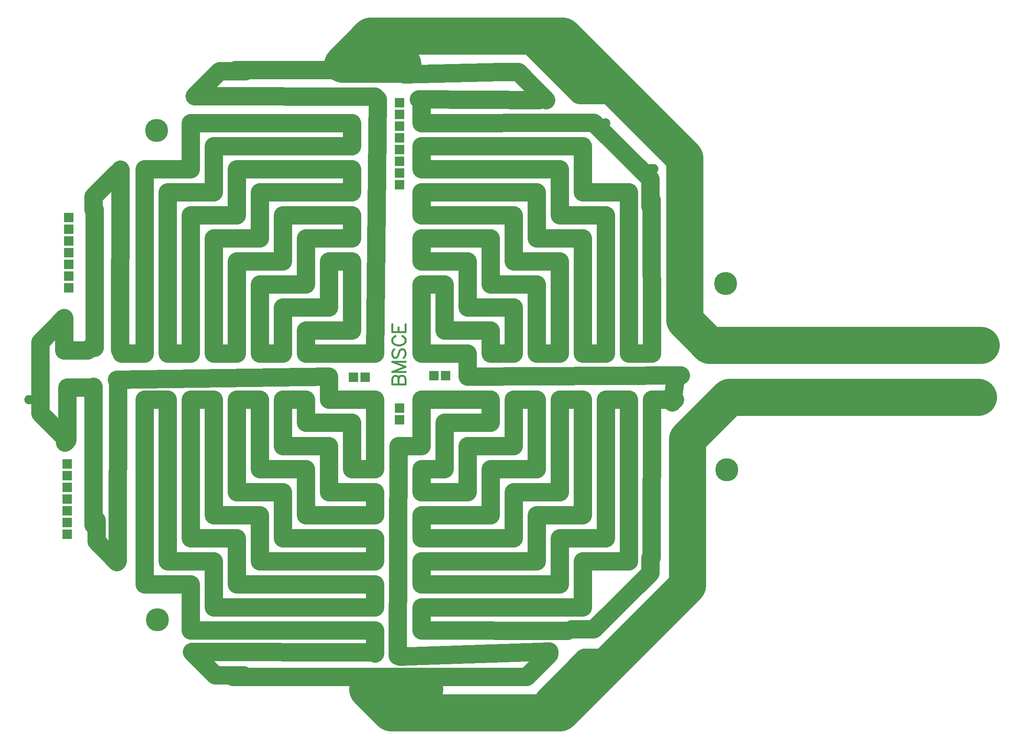
<source format=gbr>
G04 DipTrace 2.4.0.2*
%INTopBMSCE.gbr*%
%MOIN*%
%ADD13C,0.0394*%
%ADD14C,0.1575*%
%ADD15C,0.315*%
%ADD16C,0.1969*%
%ADD17C,0.0787*%
%ADD18R,0.0787X0.0787*%
%ADD19R,0.0591X0.0591*%
%ADD20C,0.0591*%
%ADD34C,0.017*%
%FSLAX44Y44*%
G04*
G70*
G90*
G75*
G01*
%LNTop*%
%LPD*%
X19314Y14563D2*
D13*
X19501D1*
D14*
X21501Y12563D1*
X23939D1*
D13*
X24595Y11907D1*
X24689Y12000D1*
X19751Y62006D2*
D14*
X21876Y64131D1*
X24064D1*
X23939Y64256D1*
X39378Y11375D2*
D15*
X34503D1*
X36503Y9375D1*
X50942D1*
X61818Y20251D1*
Y32753D1*
X65381Y36315D1*
X86633D1*
X37503Y64756D2*
X32377D1*
X34753Y67131D1*
X51192D1*
X61568Y56755D1*
Y42879D1*
X63693Y40753D1*
X86883D1*
X60505Y35878D2*
D14*
X60818Y38003D1*
X53130Y59755D2*
X53817D1*
X58630Y54942D1*
Y52567D1*
X58755Y52692D1*
X51942Y16501D2*
X53817D1*
X58630Y21314D1*
Y22626D1*
X58755Y22751D1*
Y24377D1*
X46066Y12438D2*
X48067D1*
X50004Y14376D1*
X11125Y52317D2*
Y53442D1*
X13125Y55442D1*
X13250D1*
X11375Y25814D2*
Y24002D1*
X13125Y22251D1*
X45879Y64068D2*
X47379D1*
X49754Y61693D1*
X49629Y10688D2*
X53005Y14063D1*
X54505D1*
X48754Y66194D2*
D16*
X52630Y62318D1*
X55067D1*
X11063Y37128D2*
D14*
X8875D1*
Y32628D1*
X8688Y32440D1*
X11063Y40753D2*
X10625Y40316D1*
X8625D1*
Y43066D1*
X6562Y41003D1*
Y34940D1*
X8875Y32628D1*
D16*
X16501Y59068D3*
X16563Y17313D3*
X65193Y30127D3*
X65068Y46004D3*
D18*
X37253Y54442D3*
Y55442D3*
Y56442D3*
Y57442D3*
Y58442D3*
Y59442D3*
Y60442D3*
Y61442D3*
X9000Y45629D3*
Y46629D3*
Y47629D3*
Y48629D3*
Y49629D3*
Y50629D3*
Y51629D3*
X8875Y24627D3*
Y25627D3*
Y26627D3*
Y27627D3*
Y28627D3*
Y29627D3*
Y30627D3*
D19*
Y24627D3*
D20*
Y25627D3*
Y26627D3*
Y27627D3*
Y28627D3*
Y29627D3*
Y30627D3*
D18*
X33315Y38003D3*
X34315D3*
X40191Y38128D3*
X41191D3*
X37253Y34378D3*
Y35378D3*
Y14188D2*
D14*
X50004Y14626D1*
X19501Y14563D2*
X34909Y14537D1*
X23007Y12440D2*
X34818D1*
X34446D2*
X46257D1*
X19751Y62006D2*
X35159Y61979D1*
X38878Y61756D2*
X49129Y61693D1*
X37633Y63883D2*
X45879Y64068D1*
X23257Y64258D2*
X35068D1*
X13493Y40034D2*
D17*
G02X13493Y40034I13J0D01*
G01*
X15474D2*
D14*
X13506D1*
X13493D2*
D17*
G02X13493Y40034I13J0D01*
G01*
X15461D2*
G02X15461Y40034I13J0D01*
G01*
X15474Y55782D2*
D14*
Y40034D1*
X15461D2*
D17*
G02X15461Y40034I13J0D01*
G01*
Y55782D2*
G02X15461Y55782I13J0D01*
G01*
X19411D2*
D14*
X15474D1*
X15461D2*
D17*
G02X15461Y55782I13J0D01*
G01*
X19398D2*
G02X19398Y55782I13J0D01*
G01*
X19411Y59719D2*
D14*
Y55782D1*
X19398D2*
D17*
G02X19398Y55782I13J0D01*
G01*
Y59719D2*
G02X19398Y59719I13J0D01*
G01*
X33191D2*
D14*
X19411D1*
X19398D2*
D17*
G02X19398Y59719I13J0D01*
G01*
X33178D2*
G02X33178Y59719I13J0D01*
G01*
X33191Y57751D2*
D14*
Y59719D1*
X33178D2*
D17*
G02X33178Y59719I13J0D01*
G01*
Y57751D2*
G02X33178Y57751I13J0D01*
G01*
X21380D2*
D14*
X33191D1*
X33178D2*
D17*
G02X33178Y57751I13J0D01*
G01*
X21367D2*
G02X21367Y57751I13J0D01*
G01*
X21380Y53814D2*
D14*
Y57751D1*
X21367D2*
D17*
G02X21367Y57751I13J0D01*
G01*
Y53814D2*
G02X21367Y53814I13J0D01*
G01*
X17443D2*
D14*
X21380D1*
X21367D2*
D17*
G02X21367Y53814I13J0D01*
G01*
X17430D2*
G02X17430Y53814I13J0D01*
G01*
X17443Y40034D2*
D14*
Y53814D1*
X17430D2*
D17*
G02X17430Y53814I13J0D01*
G01*
Y40034D2*
G02X17430Y40034I13J0D01*
G01*
X19411D2*
D14*
X17443D1*
X17430D2*
D17*
G02X17430Y40034I13J0D01*
G01*
X19398D2*
G02X19398Y40034I13J0D01*
G01*
X19411Y51845D2*
D14*
Y40034D1*
X19398D2*
D17*
G02X19398Y40034I13J0D01*
G01*
Y51845D2*
G02X19398Y51845I13J0D01*
G01*
X23348D2*
D14*
X19411D1*
X19398D2*
D17*
G02X19398Y51845I13J0D01*
G01*
X23335D2*
G02X23335Y51845I13J0D01*
G01*
X23348Y55782D2*
D14*
Y51845D1*
X23335D2*
D17*
G02X23335Y51845I13J0D01*
G01*
Y55782D2*
G02X23335Y55782I13J0D01*
G01*
X33191D2*
D14*
X23348D1*
X23335D2*
D17*
G02X23335Y55782I13J0D01*
G01*
X33178D2*
G02X33178Y55782I13J0D01*
G01*
X33191Y53814D2*
D14*
Y55782D1*
X33178D2*
D17*
G02X33178Y55782I13J0D01*
G01*
Y53814D2*
G02X33178Y53814I13J0D01*
G01*
X25317D2*
D14*
X33191D1*
X33178D2*
D17*
G02X33178Y53814I13J0D01*
G01*
X25304D2*
G02X25304Y53814I13J0D01*
G01*
X25317Y49877D2*
D14*
Y53814D1*
X25304D2*
D17*
G02X25304Y53814I13J0D01*
G01*
Y49877D2*
G02X25304Y49877I13J0D01*
G01*
X21380D2*
D14*
X25317D1*
X25304D2*
D17*
G02X25304Y49877I13J0D01*
G01*
X21367D2*
G02X21367Y49877I13J0D01*
G01*
X21380Y40034D2*
D14*
Y49877D1*
X21367D2*
D17*
G02X21367Y49877I13J0D01*
G01*
Y40034D2*
G02X21367Y40034I13J0D01*
G01*
X23348D2*
D14*
X21380D1*
X21367D2*
D17*
G02X21367Y40034I13J0D01*
G01*
X23335D2*
G02X23335Y40034I13J0D01*
G01*
X23348Y47908D2*
D14*
Y40034D1*
X23335D2*
D17*
G02X23335Y40034I13J0D01*
G01*
Y47908D2*
G02X23335Y47908I13J0D01*
G01*
X27285D2*
D14*
X23348D1*
X23335D2*
D17*
G02X23335Y47908I13J0D01*
G01*
X27272D2*
G02X27272Y47908I13J0D01*
G01*
X27285Y51845D2*
D14*
Y47908D1*
X27272D2*
D17*
G02X27272Y47908I13J0D01*
G01*
Y51845D2*
G02X27272Y51845I13J0D01*
G01*
X33191D2*
D14*
X27285D1*
X27272D2*
D17*
G02X27272Y51845I13J0D01*
G01*
X33178D2*
G02X33178Y51845I13J0D01*
G01*
X33191Y49877D2*
D14*
Y51845D1*
X33178D2*
D17*
G02X33178Y51845I13J0D01*
G01*
Y49877D2*
G02X33178Y49877I13J0D01*
G01*
X29254D2*
D14*
X33191D1*
X33178D2*
D17*
G02X33178Y49877I13J0D01*
G01*
X29241D2*
G02X29241Y49877I13J0D01*
G01*
X29254Y45940D2*
D14*
Y49877D1*
X29241D2*
D17*
G02X29241Y49877I13J0D01*
G01*
Y45940D2*
G02X29241Y45940I13J0D01*
G01*
X25317D2*
D14*
X29254D1*
X29241D2*
D17*
G02X29241Y45940I13J0D01*
G01*
X25304D2*
G02X25304Y45940I13J0D01*
G01*
X25317Y40034D2*
D14*
Y45940D1*
X25304D2*
D17*
G02X25304Y45940I13J0D01*
G01*
Y40034D2*
G02X25304Y40034I13J0D01*
G01*
X27285D2*
D14*
X25317D1*
X25304D2*
D17*
G02X25304Y40034I13J0D01*
G01*
X27272D2*
G02X27272Y40034I13J0D01*
G01*
X27285Y43971D2*
D14*
Y40034D1*
X27272D2*
D17*
G02X27272Y40034I13J0D01*
G01*
Y43971D2*
G02X27272Y43971I13J0D01*
G01*
X31222D2*
D14*
X27285D1*
X27272D2*
D17*
G02X27272Y43971I13J0D01*
G01*
X31209D2*
G02X31209Y43971I13J0D01*
G01*
X31222Y47908D2*
D14*
Y43971D1*
X31209D2*
D17*
G02X31209Y43971I13J0D01*
G01*
Y47908D2*
G02X31209Y47908I13J0D01*
G01*
X33191D2*
D14*
X31222D1*
X31209D2*
D17*
G02X31209Y47908I13J0D01*
G01*
X33178D2*
G02X33178Y47908I13J0D01*
G01*
X33191Y42003D2*
D14*
Y47908D1*
X33178D2*
D17*
G02X33178Y47908I13J0D01*
G01*
Y42003D2*
G02X33178Y42003I13J0D01*
G01*
X29254D2*
D14*
X33191D1*
X33178D2*
D17*
G02X33178Y42003I13J0D01*
G01*
X29241D2*
G02X29241Y42003I13J0D01*
G01*
X29254Y40034D2*
D14*
Y42003D1*
X29241D2*
D17*
G02X29241Y42003I13J0D01*
G01*
Y40034D2*
G02X29241Y40034I13J0D01*
G01*
X35159D2*
D14*
X29254D1*
X29241D2*
D17*
G02X29241Y40034I13J0D01*
G01*
X35146D2*
G02X35146Y40034I13J0D01*
G01*
X35159D2*
D14*
X35378Y61756D1*
X35146Y40034D2*
D17*
G02X35146Y40034I13J0D01*
G01*
X5619Y36097D2*
G02X5619Y36097I13J0D01*
G01*
G02X5619Y36097I13J0D01*
G01*
X35146Y14444D2*
G02X35146Y14444I13J0D01*
G01*
X35159Y16412D2*
D14*
Y14444D1*
X35146D2*
D17*
G02X35146Y14444I13J0D01*
G01*
Y16412D2*
G02X35146Y16412I13J0D01*
G01*
X19411D2*
D14*
X35159D1*
X35146D2*
D17*
G02X35146Y16412I13J0D01*
G01*
X19398D2*
G02X19398Y16412I13J0D01*
G01*
X19411Y20349D2*
D14*
Y16412D1*
X19398D2*
D17*
G02X19398Y16412I13J0D01*
G01*
Y20349D2*
G02X19398Y20349I13J0D01*
G01*
X15474D2*
D14*
X19411D1*
X19398D2*
D17*
G02X19398Y20349I13J0D01*
G01*
X15461D2*
G02X15461Y20349I13J0D01*
G01*
X15474Y36097D2*
D14*
Y20349D1*
X15461D2*
D17*
G02X15461Y20349I13J0D01*
G01*
Y36097D2*
G02X15461Y36097I13J0D01*
G01*
X17443D2*
D14*
X15474D1*
X15461D2*
D17*
G02X15461Y36097I13J0D01*
G01*
X17430D2*
G02X17430Y36097I13J0D01*
G01*
X17443Y22318D2*
D14*
Y36097D1*
X17430D2*
D17*
G02X17430Y36097I13J0D01*
G01*
Y22318D2*
G02X17430Y22318I13J0D01*
G01*
X21380D2*
D14*
X17443D1*
X17430D2*
D17*
G02X17430Y22318I13J0D01*
G01*
X21367D2*
G02X21367Y22318I13J0D01*
G01*
X21380Y18381D2*
D14*
Y22318D1*
X21367D2*
D17*
G02X21367Y22318I13J0D01*
G01*
Y18381D2*
G02X21367Y18381I13J0D01*
G01*
X35159D2*
D14*
X21380D1*
X21367D2*
D17*
G02X21367Y18381I13J0D01*
G01*
X35146D2*
G02X35146Y18381I13J0D01*
G01*
X35159Y20349D2*
D14*
Y18381D1*
X35146D2*
D17*
G02X35146Y18381I13J0D01*
G01*
Y20349D2*
G02X35146Y20349I13J0D01*
G01*
X23348D2*
D14*
X35159D1*
X35146D2*
D17*
G02X35146Y20349I13J0D01*
G01*
X23335D2*
G02X23335Y20349I13J0D01*
G01*
X23348Y24286D2*
D14*
Y20349D1*
X23335D2*
D17*
G02X23335Y20349I13J0D01*
G01*
Y24286D2*
G02X23335Y24286I13J0D01*
G01*
X19411D2*
D14*
X23348D1*
X23335D2*
D17*
G02X23335Y24286I13J0D01*
G01*
X19398D2*
G02X19398Y24286I13J0D01*
G01*
X19411Y36097D2*
D14*
Y24286D1*
X19398D2*
D17*
G02X19398Y24286I13J0D01*
G01*
Y36097D2*
G02X19398Y36097I13J0D01*
G01*
X21380D2*
D14*
X19411D1*
X19398D2*
D17*
G02X19398Y36097I13J0D01*
G01*
X21367D2*
G02X21367Y36097I13J0D01*
G01*
X21380Y26255D2*
D14*
Y36097D1*
X21367D2*
D17*
G02X21367Y36097I13J0D01*
G01*
Y26255D2*
G02X21367Y26255I13J0D01*
G01*
X25317D2*
D14*
X21380D1*
X21367D2*
D17*
G02X21367Y26255I13J0D01*
G01*
X25304D2*
G02X25304Y26255I13J0D01*
G01*
X25317Y22318D2*
D14*
Y26255D1*
X25304D2*
D17*
G02X25304Y26255I13J0D01*
G01*
Y22318D2*
G02X25304Y22318I13J0D01*
G01*
X35159D2*
D14*
X25317D1*
X25304D2*
D17*
G02X25304Y22318I13J0D01*
G01*
X35146D2*
G02X35146Y22318I13J0D01*
G01*
X35159Y24286D2*
D14*
Y22318D1*
X35146D2*
D17*
G02X35146Y22318I13J0D01*
G01*
Y24286D2*
G02X35146Y24286I13J0D01*
G01*
X27285D2*
D14*
X35159D1*
X35146D2*
D17*
G02X35146Y24286I13J0D01*
G01*
X27272D2*
G02X27272Y24286I13J0D01*
G01*
X27285Y28223D2*
D14*
Y24286D1*
X27272D2*
D17*
G02X27272Y24286I13J0D01*
G01*
Y28223D2*
G02X27272Y28223I13J0D01*
G01*
X23348D2*
D14*
X27285D1*
X27272D2*
D17*
G02X27272Y28223I13J0D01*
G01*
X23335D2*
G02X23335Y28223I13J0D01*
G01*
X23348Y36097D2*
D14*
Y28223D1*
X23335D2*
D17*
G02X23335Y28223I13J0D01*
G01*
Y36097D2*
G02X23335Y36097I13J0D01*
G01*
X25317D2*
D14*
X23348D1*
X23335D2*
D17*
G02X23335Y36097I13J0D01*
G01*
X25304D2*
G02X25304Y36097I13J0D01*
G01*
X25317Y30192D2*
D14*
Y36097D1*
X25304D2*
D17*
G02X25304Y36097I13J0D01*
G01*
Y30192D2*
G02X25304Y30192I13J0D01*
G01*
X29254D2*
D14*
X25317D1*
X25304D2*
D17*
G02X25304Y30192I13J0D01*
G01*
X29241D2*
G02X29241Y30192I13J0D01*
G01*
X29254Y26255D2*
D14*
Y30192D1*
X29241D2*
D17*
G02X29241Y30192I13J0D01*
G01*
Y26255D2*
G02X29241Y26255I13J0D01*
G01*
X35159D2*
D14*
X29254D1*
X29241D2*
D17*
G02X29241Y26255I13J0D01*
G01*
X35146D2*
G02X35146Y26255I13J0D01*
G01*
X35159Y28223D2*
D14*
Y26255D1*
X35146D2*
D17*
G02X35146Y26255I13J0D01*
G01*
Y28223D2*
G02X35146Y28223I13J0D01*
G01*
X31222D2*
D14*
X35159D1*
X35146D2*
D17*
G02X35146Y28223I13J0D01*
G01*
X31209D2*
G02X31209Y28223I13J0D01*
G01*
X31222Y32160D2*
D14*
Y28223D1*
X31209D2*
D17*
G02X31209Y28223I13J0D01*
G01*
Y32160D2*
G02X31209Y32160I13J0D01*
G01*
X27285D2*
D14*
X31222D1*
X31209D2*
D17*
G02X31209Y32160I13J0D01*
G01*
X27272D2*
G02X27272Y32160I13J0D01*
G01*
X27285Y36097D2*
D14*
Y32160D1*
X27272D2*
D17*
G02X27272Y32160I13J0D01*
G01*
Y36097D2*
G02X27272Y36097I13J0D01*
G01*
X29254D2*
D14*
X27285D1*
X27272D2*
D17*
G02X27272Y36097I13J0D01*
G01*
X29241D2*
G02X29241Y36097I13J0D01*
G01*
X29254Y34129D2*
D14*
Y36097D1*
X29241D2*
D17*
G02X29241Y36097I13J0D01*
G01*
Y34129D2*
G02X29241Y34129I13J0D01*
G01*
X33191D2*
D14*
X29254D1*
X29241D2*
D17*
G02X29241Y34129I13J0D01*
G01*
X33178D2*
G02X33178Y34129I13J0D01*
G01*
X33191Y30192D2*
D14*
Y34129D1*
X33178D2*
D17*
G02X33178Y34129I13J0D01*
G01*
Y30192D2*
G02X33178Y30192I13J0D01*
G01*
X35159D2*
D14*
X33191D1*
X33178D2*
D17*
G02X33178Y30192I13J0D01*
G01*
X35146D2*
G02X35146Y30192I13J0D01*
G01*
X35159Y36097D2*
D14*
Y30192D1*
X35146D2*
D17*
G02X35146Y30192I13J0D01*
G01*
Y36097D2*
G02X35146Y36097I13J0D01*
G01*
X31222D2*
D14*
X35159D1*
X35146D2*
D17*
G02X35146Y36097I13J0D01*
G01*
X31209D2*
G02X31209Y36097I13J0D01*
G01*
X31222Y38066D2*
D14*
Y36097D1*
X31209D2*
D17*
G02X31209Y36097I13J0D01*
G01*
Y38066D2*
G02X31209Y38066I13J0D01*
G01*
X13125Y37816D2*
D14*
X31222Y38066D1*
X31209D2*
D17*
G02X31209Y38066I13J0D01*
G01*
X60737Y36097D2*
G02X60737Y36097I13J0D01*
G01*
X58782D2*
D14*
X60750D1*
X60737D2*
D17*
G02X60737Y36097I13J0D01*
G01*
X58768D2*
G02X58768Y36097I13J0D01*
G01*
X58755Y22626D2*
D14*
X58782Y36097D1*
X58768D2*
D17*
G02X58768Y36097I13J0D01*
G01*
X13378Y40349D2*
D14*
X13404Y55758D1*
X13191Y22347D2*
X13217Y37756D1*
X11223Y40538D2*
Y52349D1*
X39096Y16412D2*
X51567Y16376D1*
X39083Y16412D2*
D17*
G02X39083Y16412I13J0D01*
G01*
X39096Y18381D2*
D14*
Y16412D1*
X39083D2*
D17*
G02X39083Y16412I13J0D01*
G01*
Y18381D2*
G02X39083Y18381I13J0D01*
G01*
X52876D2*
D14*
X39096D1*
X39083D2*
D17*
G02X39083Y18381I13J0D01*
G01*
X52863D2*
G02X52863Y18381I13J0D01*
G01*
X52876Y22318D2*
D14*
Y18381D1*
X52863D2*
D17*
G02X52863Y18381I13J0D01*
G01*
Y22318D2*
G02X52863Y22318I13J0D01*
G01*
X56813D2*
D14*
X52876D1*
X52863D2*
D17*
G02X52863Y22318I13J0D01*
G01*
X56800D2*
G02X56800Y22318I13J0D01*
G01*
X56813Y36097D2*
D14*
Y22318D1*
X56800D2*
D17*
G02X56800Y22318I13J0D01*
G01*
Y36097D2*
G02X56800Y36097I13J0D01*
G01*
X54845D2*
D14*
X56813D1*
X56800D2*
D17*
G02X56800Y36097I13J0D01*
G01*
X54831D2*
G02X54831Y36097I13J0D01*
G01*
X54845Y24286D2*
D14*
Y36097D1*
X54831D2*
D17*
G02X54831Y36097I13J0D01*
G01*
Y24286D2*
G02X54831Y24286I13J0D01*
G01*
X50908D2*
D14*
X54845D1*
X54831D2*
D17*
G02X54831Y24286I13J0D01*
G01*
X50894D2*
G02X50894Y24286I13J0D01*
G01*
X50908Y20349D2*
D14*
Y24286D1*
X50894D2*
D17*
G02X50894Y24286I13J0D01*
G01*
Y20349D2*
G02X50894Y20349I13J0D01*
G01*
X39096D2*
D14*
X50908D1*
X50894D2*
D17*
G02X50894Y20349I13J0D01*
G01*
X39083D2*
G02X39083Y20349I13J0D01*
G01*
X39096Y22318D2*
D14*
Y20349D1*
X39083D2*
D17*
G02X39083Y20349I13J0D01*
G01*
Y22318D2*
G02X39083Y22318I13J0D01*
G01*
X48939D2*
D14*
X39096D1*
X39083D2*
D17*
G02X39083Y22318I13J0D01*
G01*
X48926D2*
G02X48926Y22318I13J0D01*
G01*
X48939Y26255D2*
D14*
Y22318D1*
X48926D2*
D17*
G02X48926Y22318I13J0D01*
G01*
Y26255D2*
G02X48926Y26255I13J0D01*
G01*
X52876D2*
D14*
X48939D1*
X48926D2*
D17*
G02X48926Y26255I13J0D01*
G01*
X52863D2*
G02X52863Y26255I13J0D01*
G01*
X52876Y36097D2*
D14*
Y26255D1*
X52863D2*
D17*
G02X52863Y26255I13J0D01*
G01*
Y36097D2*
G02X52863Y36097I13J0D01*
G01*
X50908D2*
D14*
X52876D1*
X52863D2*
D17*
G02X52863Y36097I13J0D01*
G01*
X50894D2*
G02X50894Y36097I13J0D01*
G01*
X50908Y28223D2*
D14*
Y36097D1*
X50894D2*
D17*
G02X50894Y36097I13J0D01*
G01*
Y28223D2*
G02X50894Y28223I13J0D01*
G01*
X46971D2*
D14*
X50908D1*
X50894D2*
D17*
G02X50894Y28223I13J0D01*
G01*
X46957D2*
G02X46957Y28223I13J0D01*
G01*
X46971Y24286D2*
D14*
Y28223D1*
X46957D2*
D17*
G02X46957Y28223I13J0D01*
G01*
Y24286D2*
G02X46957Y24286I13J0D01*
G01*
X39096D2*
D14*
X46971D1*
X46957D2*
D17*
G02X46957Y24286I13J0D01*
G01*
X39083D2*
G02X39083Y24286I13J0D01*
G01*
X39096Y26255D2*
D14*
Y24286D1*
X39083D2*
D17*
G02X39083Y24286I13J0D01*
G01*
Y26255D2*
G02X39083Y26255I13J0D01*
G01*
X45002D2*
D14*
X39096D1*
X39083D2*
D17*
G02X39083Y26255I13J0D01*
G01*
X44989D2*
G02X44989Y26255I13J0D01*
G01*
X45002Y30192D2*
D14*
Y26255D1*
X44989D2*
D17*
G02X44989Y26255I13J0D01*
G01*
Y30192D2*
G02X44989Y30192I13J0D01*
G01*
X48939D2*
D14*
X45002D1*
X44989D2*
D17*
G02X44989Y30192I13J0D01*
G01*
X48926D2*
G02X48926Y30192I13J0D01*
G01*
X48939Y36097D2*
D14*
Y30192D1*
X48926D2*
D17*
G02X48926Y30192I13J0D01*
G01*
Y36097D2*
G02X48926Y36097I13J0D01*
G01*
X46971D2*
D14*
X48939D1*
X48926D2*
D17*
G02X48926Y36097I13J0D01*
G01*
X46957D2*
G02X46957Y36097I13J0D01*
G01*
X46971Y32160D2*
D14*
Y36097D1*
X46957D2*
D17*
G02X46957Y36097I13J0D01*
G01*
Y32160D2*
G02X46957Y32160I13J0D01*
G01*
X43034D2*
D14*
X46971D1*
X46957D2*
D17*
G02X46957Y32160I13J0D01*
G01*
X43020D2*
G02X43020Y32160I13J0D01*
G01*
X43034Y28223D2*
D14*
Y32160D1*
X43020D2*
D17*
G02X43020Y32160I13J0D01*
G01*
Y28223D2*
G02X43020Y28223I13J0D01*
G01*
X39096D2*
D14*
X43034D1*
X43020D2*
D17*
G02X43020Y28223I13J0D01*
G01*
X39083D2*
G02X39083Y28223I13J0D01*
G01*
X39096Y30192D2*
D14*
Y28223D1*
X39083D2*
D17*
G02X39083Y28223I13J0D01*
G01*
Y30192D2*
G02X39083Y30192I13J0D01*
G01*
X41065D2*
D14*
X39096D1*
X39083D2*
D17*
G02X39083Y30192I13J0D01*
G01*
X41052D2*
G02X41052Y30192I13J0D01*
G01*
X41065Y34129D2*
D14*
Y30192D1*
X41052D2*
D17*
G02X41052Y30192I13J0D01*
G01*
Y34129D2*
G02X41052Y34129I13J0D01*
G01*
X45002D2*
D14*
X41065D1*
X41052D2*
D17*
G02X41052Y34129I13J0D01*
G01*
X44989D2*
G02X44989Y34129I13J0D01*
G01*
X45002Y36097D2*
D14*
Y34129D1*
X44989D2*
D17*
G02X44989Y34129I13J0D01*
G01*
Y36097D2*
G02X44989Y36097I13J0D01*
G01*
X39096D2*
D14*
X45002D1*
X44989D2*
D17*
G02X44989Y36097I13J0D01*
G01*
X39083D2*
G02X39083Y36097I13J0D01*
G01*
X39096D2*
D14*
Y32160D1*
X39083D2*
D17*
G02X39083Y32160I13J0D01*
G01*
Y36097D2*
G02X39083Y36097I13J0D01*
G01*
X39096Y32160D2*
D14*
X37128D1*
X37115D2*
D17*
G02X37115Y32160I13J0D01*
G01*
X39083D2*
G02X39083Y32160I13J0D01*
G01*
X37128D2*
D14*
X37065Y14251D1*
X37115Y32160D2*
D17*
G02X37115Y32160I13J0D01*
G01*
X39083Y61688D2*
G02X39083Y61688I13J0D01*
G01*
X39096Y59719D2*
D14*
Y61688D1*
X39083D2*
D17*
G02X39083Y61688I13J0D01*
G01*
Y59719D2*
G02X39083Y59719I13J0D01*
G01*
X52880Y59755D2*
D14*
X39096Y59719D1*
X39083D2*
D17*
G02X39083Y59719I13J0D01*
G01*
X54831D2*
G02X54831Y59719I13J0D01*
G01*
G02X54831Y59719I13J0D01*
G01*
X58943Y55782D2*
Y55783D1*
Y55784D1*
Y55785D1*
Y55786D1*
Y55787D1*
Y55788D1*
Y55789D1*
Y55790D1*
Y55791D1*
Y55792D1*
Y55793D1*
Y55794D1*
Y55795D1*
Y55794D1*
Y55793D1*
Y55792D1*
Y55791D1*
Y55790D1*
Y55789D1*
Y55788D1*
Y55787D1*
Y55786D1*
Y55785D1*
Y55784D1*
Y55783D1*
Y55782D1*
Y55781D1*
Y55780D1*
Y55779D1*
Y55778D1*
Y55777D1*
Y55776D1*
Y55775D1*
Y55774D1*
Y55773D1*
Y55772D1*
Y55771D1*
Y55770D1*
Y55769D1*
Y55770D1*
Y55771D1*
Y55772D1*
Y55773D1*
Y55774D1*
Y55775D1*
Y55776D1*
Y55777D1*
Y55778D1*
Y55779D1*
Y55780D1*
Y55781D1*
Y55782D1*
X58782Y40034D2*
D14*
X58755Y53192D1*
X58630Y55782D2*
D17*
Y55783D1*
X58631Y55784D1*
X58632Y55785D1*
X58633Y55786D1*
X58635Y55787D1*
X58637D1*
X58640Y55788D1*
X58643Y55789D1*
X58646Y55790D1*
X58649Y55791D1*
X58653D1*
X58657Y55792D1*
X58662D1*
X58666Y55793D1*
X58671D1*
X58676Y55794D1*
X58682D1*
X58687Y55795D1*
X58693D1*
X58698D1*
X58704D1*
X58710D1*
X58715D1*
X58721D1*
X58727D1*
X58732D1*
X58738D1*
X58743Y55794D1*
X58748D1*
X58754Y55793D1*
X58758D1*
X58763Y55792D1*
X58767D1*
X58772Y55791D1*
X58775D1*
X58779Y55790D1*
X58782Y55789D1*
X58785Y55788D1*
X58788Y55787D1*
X58790D1*
X58791Y55786D1*
X58793Y55785D1*
X58794Y55784D1*
Y55783D1*
X58795Y55782D1*
X58794Y55781D1*
Y55780D1*
X58793Y55779D1*
X58791D1*
X58790Y55778D1*
X58788Y55777D1*
X58785Y55776D1*
X58782Y55775D1*
X58779Y55774D1*
X58775D1*
X58772Y55773D1*
X58767Y55772D1*
X58763D1*
X58758Y55771D1*
X58754D1*
X58748Y55770D1*
X58743D1*
X58738D1*
X58732Y55769D1*
X58727D1*
X58721D1*
X58715D1*
X58710D1*
X58704D1*
X58698D1*
X58693D1*
X58687Y55770D1*
X58682D1*
X58676D1*
X58671Y55771D1*
X58666D1*
X58662Y55772D1*
X58657D1*
X58653Y55773D1*
X58649Y55774D1*
X58646D1*
X58643Y55775D1*
X58640Y55776D1*
X58637Y55777D1*
X58635Y55778D1*
X58633Y55779D1*
X58632D1*
X58631Y55780D1*
X58630Y55781D1*
Y55782D1*
X58768Y40034D2*
G02X58768Y40034I13J0D01*
G01*
X56813D2*
D14*
X58782D1*
X58768D2*
D17*
G02X58768Y40034I13J0D01*
G01*
X56800D2*
G02X56800Y40034I13J0D01*
G01*
X56813Y53814D2*
D14*
Y40034D1*
X56800D2*
D17*
G02X56800Y40034I13J0D01*
G01*
Y53814D2*
G02X56800Y53814I13J0D01*
G01*
X52876D2*
D14*
X56813D1*
X56800D2*
D17*
G02X56800Y53814I13J0D01*
G01*
X52863D2*
G02X52863Y53814I13J0D01*
G01*
X52876Y57751D2*
D14*
Y53814D1*
X52863D2*
D17*
G02X52863Y53814I13J0D01*
G01*
Y57751D2*
G02X52863Y57751I13J0D01*
G01*
X39096D2*
D14*
X52876D1*
X52863D2*
D17*
G02X52863Y57751I13J0D01*
G01*
X39083D2*
G02X39083Y57751I13J0D01*
G01*
X39096Y55782D2*
D14*
Y57751D1*
X39083D2*
D17*
G02X39083Y57751I13J0D01*
G01*
Y55782D2*
G02X39083Y55782I13J0D01*
G01*
X50908D2*
D14*
X39096D1*
X39083D2*
D17*
G02X39083Y55782I13J0D01*
G01*
X50894D2*
G02X50894Y55782I13J0D01*
G01*
X50908Y51845D2*
D14*
Y55782D1*
X50894D2*
D17*
G02X50894Y55782I13J0D01*
G01*
Y51845D2*
G02X50894Y51845I13J0D01*
G01*
X54845D2*
D14*
X50908D1*
X50894D2*
D17*
G02X50894Y51845I13J0D01*
G01*
X54831D2*
G02X54831Y51845I13J0D01*
G01*
X54845Y40034D2*
D14*
Y51845D1*
X54831D2*
D17*
G02X54831Y51845I13J0D01*
G01*
Y40034D2*
G02X54831Y40034I13J0D01*
G01*
X52876D2*
D14*
X54845D1*
X54831D2*
D17*
G02X54831Y40034I13J0D01*
G01*
X52863D2*
G02X52863Y40034I13J0D01*
G01*
X52876Y49877D2*
D14*
Y40034D1*
X52863D2*
D17*
G02X52863Y40034I13J0D01*
G01*
Y49877D2*
G02X52863Y49877I13J0D01*
G01*
X48939D2*
D14*
X52876D1*
X52863D2*
D17*
G02X52863Y49877I13J0D01*
G01*
X48926D2*
G02X48926Y49877I13J0D01*
G01*
X48939Y53814D2*
D14*
Y49877D1*
X48926D2*
D17*
G02X48926Y49877I13J0D01*
G01*
Y53814D2*
G02X48926Y53814I13J0D01*
G01*
X39096D2*
D14*
X48939D1*
X48926D2*
D17*
G02X48926Y53814I13J0D01*
G01*
X39083D2*
G02X39083Y53814I13J0D01*
G01*
X39096Y51845D2*
D14*
Y53814D1*
X39083D2*
D17*
G02X39083Y53814I13J0D01*
G01*
Y51845D2*
G02X39083Y51845I13J0D01*
G01*
X46971D2*
D14*
X39096D1*
X39083D2*
D17*
G02X39083Y51845I13J0D01*
G01*
X46957D2*
G02X46957Y51845I13J0D01*
G01*
X46971Y47908D2*
D14*
Y51845D1*
X46957D2*
D17*
G02X46957Y51845I13J0D01*
G01*
Y47908D2*
G02X46957Y47908I13J0D01*
G01*
X50908D2*
D14*
X46971D1*
X46957D2*
D17*
G02X46957Y47908I13J0D01*
G01*
X50894D2*
G02X50894Y47908I13J0D01*
G01*
X50908Y40034D2*
D14*
Y47908D1*
X50894D2*
D17*
G02X50894Y47908I13J0D01*
G01*
Y40034D2*
G02X50894Y40034I13J0D01*
G01*
X48939D2*
D14*
X50908D1*
X50894D2*
D17*
G02X50894Y40034I13J0D01*
G01*
X48926D2*
G02X48926Y40034I13J0D01*
G01*
X48939Y45940D2*
D14*
Y40034D1*
X48926D2*
D17*
G02X48926Y40034I13J0D01*
G01*
Y45940D2*
G02X48926Y45940I13J0D01*
G01*
X45002D2*
D14*
X48939D1*
X48926D2*
D17*
G02X48926Y45940I13J0D01*
G01*
X44989D2*
G02X44989Y45940I13J0D01*
G01*
X45002Y49877D2*
D14*
Y45940D1*
X44989D2*
D17*
G02X44989Y45940I13J0D01*
G01*
Y49877D2*
G02X44989Y49877I13J0D01*
G01*
X39096D2*
D14*
X45002D1*
X44989D2*
D17*
G02X44989Y49877I13J0D01*
G01*
X39083D2*
G02X39083Y49877I13J0D01*
G01*
X39096Y47908D2*
D14*
Y49877D1*
X39083D2*
D17*
G02X39083Y49877I13J0D01*
G01*
Y47908D2*
G02X39083Y47908I13J0D01*
G01*
X43034D2*
D14*
X39096D1*
X39083D2*
D17*
G02X39083Y47908I13J0D01*
G01*
X43020D2*
G02X43020Y47908I13J0D01*
G01*
X43034Y43971D2*
D14*
Y47908D1*
X43020D2*
D17*
G02X43020Y47908I13J0D01*
G01*
Y43971D2*
G02X43020Y43971I13J0D01*
G01*
X46971D2*
D14*
X43034D1*
X43020D2*
D17*
G02X43020Y43971I13J0D01*
G01*
X46957D2*
G02X46957Y43971I13J0D01*
G01*
X46971Y40034D2*
D14*
Y43971D1*
X46957D2*
D17*
G02X46957Y43971I13J0D01*
G01*
Y40034D2*
G02X46957Y40034I13J0D01*
G01*
X45002D2*
D14*
X46971D1*
X46957D2*
D17*
G02X46957Y40034I13J0D01*
G01*
X44989D2*
G02X44989Y40034I13J0D01*
G01*
X45002Y42003D2*
D14*
Y40034D1*
X44989D2*
D17*
G02X44989Y40034I13J0D01*
G01*
Y42003D2*
G02X44989Y42003I13J0D01*
G01*
X41065D2*
D14*
X45002D1*
X44989D2*
D17*
G02X44989Y42003I13J0D01*
G01*
X41052D2*
G02X41052Y42003I13J0D01*
G01*
X41065Y45940D2*
D14*
Y42003D1*
X41052D2*
D17*
G02X41052Y42003I13J0D01*
G01*
Y45940D2*
G02X41052Y45940I13J0D01*
G01*
X39096D2*
D14*
X41065D1*
X41052D2*
D17*
G02X41052Y45940I13J0D01*
G01*
X39083D2*
G02X39083Y45940I13J0D01*
G01*
X39096Y40034D2*
D14*
Y45940D1*
X39083D2*
D17*
G02X39083Y45940I13J0D01*
G01*
Y40034D2*
G02X39083Y40034I13J0D01*
G01*
X43034D2*
D14*
X39096D1*
X39083D2*
D17*
G02X39083Y40034I13J0D01*
G01*
X43020D2*
G02X43020Y40034I13J0D01*
G01*
X43034Y38066D2*
D14*
Y40034D1*
X43020D2*
D17*
G02X43020Y40034I13J0D01*
G01*
Y38066D2*
G02X43020Y38066I13J0D01*
G01*
X61256Y38191D2*
D14*
X43034Y38066D1*
X43020D2*
D17*
G02X43020Y38066I13J0D01*
G01*
X11098Y25411D2*
D14*
Y37222D1*
X36626Y37410D2*
D34*
X37731D1*
Y37884D1*
X37678Y38042D1*
X37625Y38094D1*
X37521Y38147D1*
X37363D1*
X37257Y38094D1*
X37205Y38042D1*
X37152Y37884D1*
X37099Y38042D1*
X37047Y38094D1*
X36942Y38147D1*
X36836D1*
X36732Y38094D1*
X36678Y38042D1*
X36626Y37884D1*
Y37410D1*
X37152D2*
Y37884D1*
X37731Y39328D2*
X36626D1*
X37731Y38907D1*
X36626Y38486D1*
X37731D1*
X36784Y40404D2*
X36678Y40300D1*
X36626Y40142D1*
Y39931D1*
X36678Y39773D1*
X36784Y39667D1*
X36889D1*
X36994Y39721D1*
X37047Y39773D1*
X37099Y39878D1*
X37205Y40194D1*
X37257Y40300D1*
X37311Y40352D1*
X37415Y40404D1*
X37573D1*
X37678Y40300D1*
X37731Y40142D1*
Y39931D1*
X37678Y39773D1*
X37573Y39667D1*
X36889Y41533D2*
X36784Y41481D1*
X36678Y41375D1*
X36626Y41270D1*
Y41060D1*
X36678Y40954D1*
X36784Y40850D1*
X36889Y40796D1*
X37047Y40744D1*
X37311D1*
X37467Y40796D1*
X37573Y40850D1*
X37678Y40954D1*
X37731Y41060D1*
Y41270D1*
X37678Y41375D1*
X37573Y41481D1*
X37467Y41533D1*
X36626Y42556D2*
Y41873D1*
X37731D1*
Y42556D1*
X37152Y41873D2*
Y42293D1*
M02*

</source>
